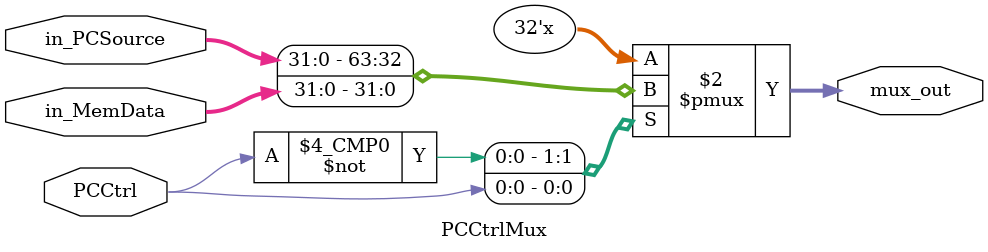
<source format=v>
module PCCtrlMux (PCCtrl, in_PCSource, in_MemData, mux_out);

input PCCtrl;
input [31:0] in_PCSource;
input [31:0] in_MemData;
output reg [31:0] mux_out;

always @(PCCtrl) begin
	
	case (PCCtrl)
		0: 
			begin
				mux_out <= in_PCSource;
			end
		1: 
			begin
				mux_out <= in_MemData;
			end
	endcase
end
endmodule
</source>
